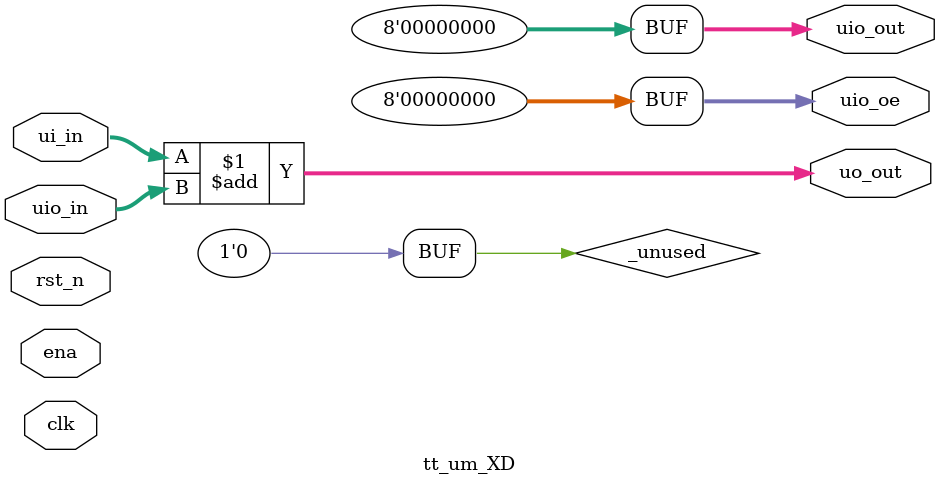
<source format=v>
/*
 * Copyright (c) 2024 Your Name
 * SPDX-License-Identifier: Apache-2.0
 */

`default_nettype none

module tt_um_XD (
    input  wire [7:0] ui_in,    // Dedicated inputs
    output wire [7:0] uo_out,   // Dedicated outputs
    input  wire [7:0] uio_in,   // IOs: Input path
    output wire [7:0] uio_out,  // IOs: Output path
    output wire [7:0] uio_oe,   // IOs: Enable path (active high: 0=input, 1=output)
    input  wire       ena,      // always 1 when the design is powered, so you can ignore it
    input  wire       clk,      // clock
    input  wire       rst_n     // reset_n - low to reset
);

  // All output pins must be assigned. If not used, assign to 0.
  assign uo_out  = ui_in + uio_in;  // Example: ou_out is the sum of ui_in and uio_in
  assign uio_out = 0;
  assign uio_oe  = 0;

  // List all unused inputs to prevent warnings
  wire _unused = &{ena, clk, rst_n, 1'b0};

endmodule

</source>
